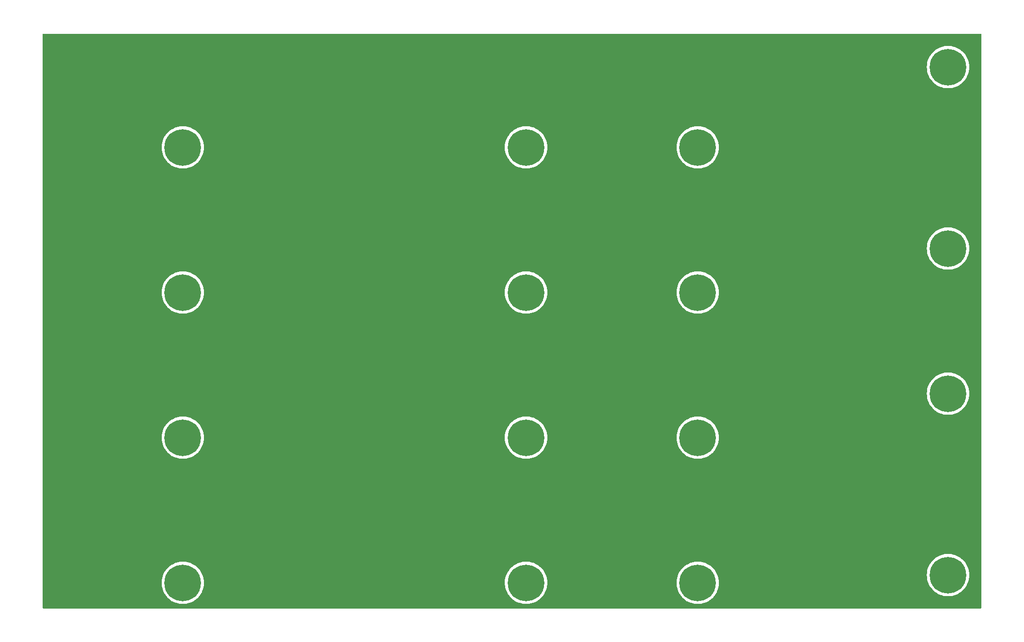
<source format=gbr>
%TF.GenerationSoftware,KiCad,Pcbnew,(6.0.5)*%
%TF.CreationDate,2023-01-19T15:00:21-05:00*%
%TF.ProjectId,floppy_bracket,666c6f70-7079-45f6-9272-61636b65742e,rev?*%
%TF.SameCoordinates,Original*%
%TF.FileFunction,Copper,L1,Top*%
%TF.FilePolarity,Positive*%
%FSLAX46Y46*%
G04 Gerber Fmt 4.6, Leading zero omitted, Abs format (unit mm)*
G04 Created by KiCad (PCBNEW (6.0.5)) date 2023-01-19 15:00:21*
%MOMM*%
%LPD*%
G01*
G04 APERTURE LIST*
%TA.AperFunction,ComponentPad*%
%ADD10C,6.400000*%
%TD*%
G04 APERTURE END LIST*
D10*
%TO.P,H16,1*%
%TO.N,N/C*%
X234950000Y-146050000D03*
%TD*%
%TO.P,H15,1*%
%TO.N,N/C*%
X234950000Y-88900000D03*
%TD*%
%TO.P,H14,1*%
%TO.N,N/C*%
X234950000Y-114300000D03*
%TD*%
%TO.P,H13,1*%
%TO.N,N/C*%
X234950000Y-57150000D03*
%TD*%
%TO.P,H12,1*%
%TO.N,N/C*%
X191200000Y-147400000D03*
%TD*%
%TO.P,H11,1*%
%TO.N,N/C*%
X161200000Y-147400000D03*
%TD*%
%TO.P,H10,1*%
%TO.N,N/C*%
X101200000Y-147400000D03*
%TD*%
%TO.P,H9,1*%
%TO.N,N/C*%
X191200000Y-122000000D03*
%TD*%
%TO.P,H8,1*%
%TO.N,N/C*%
X161200000Y-122000000D03*
%TD*%
%TO.P,H7,1*%
%TO.N,N/C*%
X101200000Y-122000000D03*
%TD*%
%TO.P,H6,1*%
%TO.N,N/C*%
X191200000Y-96600000D03*
%TD*%
%TO.P,H5,1*%
%TO.N,N/C*%
X161200000Y-96600000D03*
%TD*%
%TO.P,H4,1*%
%TO.N,N/C*%
X101200000Y-96600000D03*
%TD*%
%TO.P,H3,1*%
%TO.N,N/C*%
X191200000Y-71200000D03*
%TD*%
%TO.P,H2,1*%
%TO.N,N/C*%
X161200000Y-71200000D03*
%TD*%
%TO.P,H1,1*%
%TO.N,N/C*%
X101200000Y-71200000D03*
%TD*%
%TA.AperFunction,NonConductor*%
G36*
X240733621Y-51328502D02*
G01*
X240780114Y-51382158D01*
X240791500Y-51434500D01*
X240791500Y-151765500D01*
X240771498Y-151833621D01*
X240717842Y-151880114D01*
X240665500Y-151891500D01*
X76834500Y-151891500D01*
X76766379Y-151871498D01*
X76719886Y-151817842D01*
X76708500Y-151765500D01*
X76708500Y-147400000D01*
X97486411Y-147400000D01*
X97506754Y-147788176D01*
X97507267Y-147791416D01*
X97507268Y-147791424D01*
X97525541Y-147906794D01*
X97567562Y-148172099D01*
X97668167Y-148547562D01*
X97807468Y-148910453D01*
X97808966Y-148913393D01*
X97881706Y-149056152D01*
X97983938Y-149256794D01*
X97985734Y-149259560D01*
X97985736Y-149259563D01*
X97990930Y-149267561D01*
X98195643Y-149582793D01*
X98440266Y-149884876D01*
X98715124Y-150159734D01*
X99017207Y-150404357D01*
X99343205Y-150616062D01*
X99346139Y-150617557D01*
X99346146Y-150617561D01*
X99686607Y-150791034D01*
X99689547Y-150792532D01*
X100052438Y-150931833D01*
X100427901Y-151032438D01*
X100631793Y-151064732D01*
X100808576Y-151092732D01*
X100808584Y-151092733D01*
X100811824Y-151093246D01*
X101200000Y-151113589D01*
X101588176Y-151093246D01*
X101591416Y-151092733D01*
X101591424Y-151092732D01*
X101768207Y-151064732D01*
X101972099Y-151032438D01*
X102347562Y-150931833D01*
X102710453Y-150792532D01*
X102713393Y-150791034D01*
X103053854Y-150617561D01*
X103053861Y-150617557D01*
X103056795Y-150616062D01*
X103382793Y-150404357D01*
X103684876Y-150159734D01*
X103959734Y-149884876D01*
X104204357Y-149582793D01*
X104409070Y-149267561D01*
X104414264Y-149259563D01*
X104414266Y-149259560D01*
X104416062Y-149256794D01*
X104518295Y-149056152D01*
X104591034Y-148913393D01*
X104592532Y-148910453D01*
X104731833Y-148547562D01*
X104832438Y-148172099D01*
X104874459Y-147906794D01*
X104892732Y-147791424D01*
X104892733Y-147791416D01*
X104893246Y-147788176D01*
X104913589Y-147400000D01*
X157486411Y-147400000D01*
X157506754Y-147788176D01*
X157507267Y-147791416D01*
X157507268Y-147791424D01*
X157525541Y-147906794D01*
X157567562Y-148172099D01*
X157668167Y-148547562D01*
X157807468Y-148910453D01*
X157808966Y-148913393D01*
X157881706Y-149056152D01*
X157983938Y-149256794D01*
X157985734Y-149259560D01*
X157985736Y-149259563D01*
X157990930Y-149267561D01*
X158195643Y-149582793D01*
X158440266Y-149884876D01*
X158715124Y-150159734D01*
X159017207Y-150404357D01*
X159343205Y-150616062D01*
X159346139Y-150617557D01*
X159346146Y-150617561D01*
X159686607Y-150791034D01*
X159689547Y-150792532D01*
X160052438Y-150931833D01*
X160427901Y-151032438D01*
X160631793Y-151064732D01*
X160808576Y-151092732D01*
X160808584Y-151092733D01*
X160811824Y-151093246D01*
X161200000Y-151113589D01*
X161588176Y-151093246D01*
X161591416Y-151092733D01*
X161591424Y-151092732D01*
X161768207Y-151064732D01*
X161972099Y-151032438D01*
X162347562Y-150931833D01*
X162710453Y-150792532D01*
X162713393Y-150791034D01*
X163053854Y-150617561D01*
X163053861Y-150617557D01*
X163056795Y-150616062D01*
X163382793Y-150404357D01*
X163684876Y-150159734D01*
X163959734Y-149884876D01*
X164204357Y-149582793D01*
X164409070Y-149267561D01*
X164414264Y-149259563D01*
X164414266Y-149259560D01*
X164416062Y-149256794D01*
X164518295Y-149056152D01*
X164591034Y-148913393D01*
X164592532Y-148910453D01*
X164731833Y-148547562D01*
X164832438Y-148172099D01*
X164874459Y-147906794D01*
X164892732Y-147791424D01*
X164892733Y-147791416D01*
X164893246Y-147788176D01*
X164913589Y-147400000D01*
X187486411Y-147400000D01*
X187506754Y-147788176D01*
X187507267Y-147791416D01*
X187507268Y-147791424D01*
X187525541Y-147906794D01*
X187567562Y-148172099D01*
X187668167Y-148547562D01*
X187807468Y-148910453D01*
X187808966Y-148913393D01*
X187881706Y-149056152D01*
X187983938Y-149256794D01*
X187985734Y-149259560D01*
X187985736Y-149259563D01*
X187990930Y-149267561D01*
X188195643Y-149582793D01*
X188440266Y-149884876D01*
X188715124Y-150159734D01*
X189017207Y-150404357D01*
X189343205Y-150616062D01*
X189346139Y-150617557D01*
X189346146Y-150617561D01*
X189686607Y-150791034D01*
X189689547Y-150792532D01*
X190052438Y-150931833D01*
X190427901Y-151032438D01*
X190631793Y-151064732D01*
X190808576Y-151092732D01*
X190808584Y-151092733D01*
X190811824Y-151093246D01*
X191200000Y-151113589D01*
X191588176Y-151093246D01*
X191591416Y-151092733D01*
X191591424Y-151092732D01*
X191768207Y-151064732D01*
X191972099Y-151032438D01*
X192347562Y-150931833D01*
X192710453Y-150792532D01*
X192713393Y-150791034D01*
X193053854Y-150617561D01*
X193053861Y-150617557D01*
X193056795Y-150616062D01*
X193382793Y-150404357D01*
X193684876Y-150159734D01*
X193959734Y-149884876D01*
X194204357Y-149582793D01*
X194409070Y-149267561D01*
X194414264Y-149259563D01*
X194414266Y-149259560D01*
X194416062Y-149256794D01*
X194518295Y-149056152D01*
X194591034Y-148913393D01*
X194592532Y-148910453D01*
X194731833Y-148547562D01*
X194832438Y-148172099D01*
X194874459Y-147906794D01*
X194892732Y-147791424D01*
X194892733Y-147791416D01*
X194893246Y-147788176D01*
X194913589Y-147400000D01*
X194893246Y-147011824D01*
X194832438Y-146627901D01*
X194731833Y-146252438D01*
X194654124Y-146050000D01*
X231236411Y-146050000D01*
X231256754Y-146438176D01*
X231317562Y-146822099D01*
X231418167Y-147197562D01*
X231557468Y-147560453D01*
X231558966Y-147563393D01*
X231671823Y-147784886D01*
X231733938Y-147906794D01*
X231945643Y-148232793D01*
X232190266Y-148534876D01*
X232465124Y-148809734D01*
X232767207Y-149054357D01*
X232769970Y-149056152D01*
X232769971Y-149056152D01*
X233074405Y-149253853D01*
X233093205Y-149266062D01*
X233096139Y-149267557D01*
X233096146Y-149267561D01*
X233436607Y-149441034D01*
X233439547Y-149442532D01*
X233802438Y-149581833D01*
X234177901Y-149682438D01*
X234381793Y-149714732D01*
X234558576Y-149742732D01*
X234558584Y-149742733D01*
X234561824Y-149743246D01*
X234950000Y-149763589D01*
X235338176Y-149743246D01*
X235341416Y-149742733D01*
X235341424Y-149742732D01*
X235518207Y-149714732D01*
X235722099Y-149682438D01*
X236097562Y-149581833D01*
X236460453Y-149442532D01*
X236463393Y-149441034D01*
X236803854Y-149267561D01*
X236803861Y-149267557D01*
X236806795Y-149266062D01*
X236825596Y-149253853D01*
X237130029Y-149056152D01*
X237130030Y-149056152D01*
X237132793Y-149054357D01*
X237434876Y-148809734D01*
X237709734Y-148534876D01*
X237954357Y-148232793D01*
X238166062Y-147906794D01*
X238228178Y-147784886D01*
X238341034Y-147563393D01*
X238342532Y-147560453D01*
X238481833Y-147197562D01*
X238582438Y-146822099D01*
X238643246Y-146438176D01*
X238663589Y-146050000D01*
X238643246Y-145661824D01*
X238624925Y-145546147D01*
X238582954Y-145281162D01*
X238582438Y-145277901D01*
X238481833Y-144902438D01*
X238342532Y-144539547D01*
X238341034Y-144536607D01*
X238167561Y-144196147D01*
X238167557Y-144196140D01*
X238166062Y-144193206D01*
X238160044Y-144183938D01*
X237956152Y-143869971D01*
X237956152Y-143869970D01*
X237954357Y-143867207D01*
X237709734Y-143565124D01*
X237434876Y-143290266D01*
X237132793Y-143045643D01*
X236806795Y-142833938D01*
X236803861Y-142832443D01*
X236803854Y-142832439D01*
X236463393Y-142658966D01*
X236460453Y-142657468D01*
X236097562Y-142518167D01*
X235722099Y-142417562D01*
X235518207Y-142385268D01*
X235341424Y-142357268D01*
X235341416Y-142357267D01*
X235338176Y-142356754D01*
X234950000Y-142336411D01*
X234561824Y-142356754D01*
X234558584Y-142357267D01*
X234558576Y-142357268D01*
X234381793Y-142385268D01*
X234177901Y-142417562D01*
X233802438Y-142518167D01*
X233439547Y-142657468D01*
X233436607Y-142658966D01*
X233096147Y-142832439D01*
X233096140Y-142832443D01*
X233093206Y-142833938D01*
X232767207Y-143045643D01*
X232465124Y-143290266D01*
X232190266Y-143565124D01*
X231945643Y-143867207D01*
X231943848Y-143869970D01*
X231943848Y-143869971D01*
X231739957Y-144183938D01*
X231733938Y-144193206D01*
X231732443Y-144196140D01*
X231732439Y-144196147D01*
X231558966Y-144536607D01*
X231557468Y-144539547D01*
X231418167Y-144902438D01*
X231317562Y-145277901D01*
X231317046Y-145281162D01*
X231275076Y-145546147D01*
X231256754Y-145661824D01*
X231236411Y-146050000D01*
X194654124Y-146050000D01*
X194592532Y-145889547D01*
X194591034Y-145886607D01*
X194417561Y-145546147D01*
X194417557Y-145546140D01*
X194416062Y-145543206D01*
X194204357Y-145217207D01*
X193959734Y-144915124D01*
X193684876Y-144640266D01*
X193382793Y-144395643D01*
X193380029Y-144393848D01*
X193059564Y-144185736D01*
X193059561Y-144185734D01*
X193056795Y-144183938D01*
X193053861Y-144182443D01*
X193053854Y-144182439D01*
X192713393Y-144008966D01*
X192710453Y-144007468D01*
X192347562Y-143868167D01*
X191972099Y-143767562D01*
X191768207Y-143735268D01*
X191591424Y-143707268D01*
X191591416Y-143707267D01*
X191588176Y-143706754D01*
X191200000Y-143686411D01*
X190811824Y-143706754D01*
X190808584Y-143707267D01*
X190808576Y-143707268D01*
X190631793Y-143735268D01*
X190427901Y-143767562D01*
X190052438Y-143868167D01*
X189689547Y-144007468D01*
X189686607Y-144008966D01*
X189346147Y-144182439D01*
X189346140Y-144182443D01*
X189343206Y-144183938D01*
X189340440Y-144185734D01*
X189340437Y-144185736D01*
X189019971Y-144393848D01*
X189017207Y-144395643D01*
X188715124Y-144640266D01*
X188440266Y-144915124D01*
X188195643Y-145217207D01*
X187983938Y-145543206D01*
X187982443Y-145546140D01*
X187982439Y-145546147D01*
X187808966Y-145886607D01*
X187807468Y-145889547D01*
X187668167Y-146252438D01*
X187567562Y-146627901D01*
X187506754Y-147011824D01*
X187486411Y-147400000D01*
X164913589Y-147400000D01*
X164893246Y-147011824D01*
X164832438Y-146627901D01*
X164731833Y-146252438D01*
X164592532Y-145889547D01*
X164591034Y-145886607D01*
X164417561Y-145546147D01*
X164417557Y-145546140D01*
X164416062Y-145543206D01*
X164204357Y-145217207D01*
X163959734Y-144915124D01*
X163684876Y-144640266D01*
X163382793Y-144395643D01*
X163380029Y-144393848D01*
X163059564Y-144185736D01*
X163059561Y-144185734D01*
X163056795Y-144183938D01*
X163053861Y-144182443D01*
X163053854Y-144182439D01*
X162713393Y-144008966D01*
X162710453Y-144007468D01*
X162347562Y-143868167D01*
X161972099Y-143767562D01*
X161768207Y-143735268D01*
X161591424Y-143707268D01*
X161591416Y-143707267D01*
X161588176Y-143706754D01*
X161200000Y-143686411D01*
X160811824Y-143706754D01*
X160808584Y-143707267D01*
X160808576Y-143707268D01*
X160631793Y-143735268D01*
X160427901Y-143767562D01*
X160052438Y-143868167D01*
X159689547Y-144007468D01*
X159686607Y-144008966D01*
X159346147Y-144182439D01*
X159346140Y-144182443D01*
X159343206Y-144183938D01*
X159340440Y-144185734D01*
X159340437Y-144185736D01*
X159019971Y-144393848D01*
X159017207Y-144395643D01*
X158715124Y-144640266D01*
X158440266Y-144915124D01*
X158195643Y-145217207D01*
X157983938Y-145543206D01*
X157982443Y-145546140D01*
X157982439Y-145546147D01*
X157808966Y-145886607D01*
X157807468Y-145889547D01*
X157668167Y-146252438D01*
X157567562Y-146627901D01*
X157506754Y-147011824D01*
X157486411Y-147400000D01*
X104913589Y-147400000D01*
X104893246Y-147011824D01*
X104832438Y-146627901D01*
X104731833Y-146252438D01*
X104592532Y-145889547D01*
X104591034Y-145886607D01*
X104417561Y-145546147D01*
X104417557Y-145546140D01*
X104416062Y-145543206D01*
X104204357Y-145217207D01*
X103959734Y-144915124D01*
X103684876Y-144640266D01*
X103382793Y-144395643D01*
X103380029Y-144393848D01*
X103059564Y-144185736D01*
X103059561Y-144185734D01*
X103056795Y-144183938D01*
X103053861Y-144182443D01*
X103053854Y-144182439D01*
X102713393Y-144008966D01*
X102710453Y-144007468D01*
X102347562Y-143868167D01*
X101972099Y-143767562D01*
X101768207Y-143735268D01*
X101591424Y-143707268D01*
X101591416Y-143707267D01*
X101588176Y-143706754D01*
X101200000Y-143686411D01*
X100811824Y-143706754D01*
X100808584Y-143707267D01*
X100808576Y-143707268D01*
X100631793Y-143735268D01*
X100427901Y-143767562D01*
X100052438Y-143868167D01*
X99689547Y-144007468D01*
X99686607Y-144008966D01*
X99346147Y-144182439D01*
X99346140Y-144182443D01*
X99343206Y-144183938D01*
X99340440Y-144185734D01*
X99340437Y-144185736D01*
X99019971Y-144393848D01*
X99017207Y-144395643D01*
X98715124Y-144640266D01*
X98440266Y-144915124D01*
X98195643Y-145217207D01*
X97983938Y-145543206D01*
X97982443Y-145546140D01*
X97982439Y-145546147D01*
X97808966Y-145886607D01*
X97807468Y-145889547D01*
X97668167Y-146252438D01*
X97567562Y-146627901D01*
X97506754Y-147011824D01*
X97486411Y-147400000D01*
X76708500Y-147400000D01*
X76708500Y-122000000D01*
X97486411Y-122000000D01*
X97506754Y-122388176D01*
X97567562Y-122772099D01*
X97668167Y-123147562D01*
X97807468Y-123510453D01*
X97983938Y-123856794D01*
X98195643Y-124182793D01*
X98440266Y-124484876D01*
X98715124Y-124759734D01*
X99017207Y-125004357D01*
X99343205Y-125216062D01*
X99346139Y-125217557D01*
X99346146Y-125217561D01*
X99686607Y-125391034D01*
X99689547Y-125392532D01*
X100052438Y-125531833D01*
X100427901Y-125632438D01*
X100631793Y-125664732D01*
X100808576Y-125692732D01*
X100808584Y-125692733D01*
X100811824Y-125693246D01*
X101200000Y-125713589D01*
X101588176Y-125693246D01*
X101591416Y-125692733D01*
X101591424Y-125692732D01*
X101768207Y-125664732D01*
X101972099Y-125632438D01*
X102347562Y-125531833D01*
X102710453Y-125392532D01*
X102713393Y-125391034D01*
X103053854Y-125217561D01*
X103053861Y-125217557D01*
X103056795Y-125216062D01*
X103382793Y-125004357D01*
X103684876Y-124759734D01*
X103959734Y-124484876D01*
X104204357Y-124182793D01*
X104416062Y-123856794D01*
X104592532Y-123510453D01*
X104731833Y-123147562D01*
X104832438Y-122772099D01*
X104893246Y-122388176D01*
X104913589Y-122000000D01*
X157486411Y-122000000D01*
X157506754Y-122388176D01*
X157567562Y-122772099D01*
X157668167Y-123147562D01*
X157807468Y-123510453D01*
X157983938Y-123856794D01*
X158195643Y-124182793D01*
X158440266Y-124484876D01*
X158715124Y-124759734D01*
X159017207Y-125004357D01*
X159343205Y-125216062D01*
X159346139Y-125217557D01*
X159346146Y-125217561D01*
X159686607Y-125391034D01*
X159689547Y-125392532D01*
X160052438Y-125531833D01*
X160427901Y-125632438D01*
X160631793Y-125664732D01*
X160808576Y-125692732D01*
X160808584Y-125692733D01*
X160811824Y-125693246D01*
X161200000Y-125713589D01*
X161588176Y-125693246D01*
X161591416Y-125692733D01*
X161591424Y-125692732D01*
X161768207Y-125664732D01*
X161972099Y-125632438D01*
X162347562Y-125531833D01*
X162710453Y-125392532D01*
X162713393Y-125391034D01*
X163053854Y-125217561D01*
X163053861Y-125217557D01*
X163056795Y-125216062D01*
X163382793Y-125004357D01*
X163684876Y-124759734D01*
X163959734Y-124484876D01*
X164204357Y-124182793D01*
X164416062Y-123856794D01*
X164592532Y-123510453D01*
X164731833Y-123147562D01*
X164832438Y-122772099D01*
X164893246Y-122388176D01*
X164913589Y-122000000D01*
X187486411Y-122000000D01*
X187506754Y-122388176D01*
X187567562Y-122772099D01*
X187668167Y-123147562D01*
X187807468Y-123510453D01*
X187983938Y-123856794D01*
X188195643Y-124182793D01*
X188440266Y-124484876D01*
X188715124Y-124759734D01*
X189017207Y-125004357D01*
X189343205Y-125216062D01*
X189346139Y-125217557D01*
X189346146Y-125217561D01*
X189686607Y-125391034D01*
X189689547Y-125392532D01*
X190052438Y-125531833D01*
X190427901Y-125632438D01*
X190631793Y-125664732D01*
X190808576Y-125692732D01*
X190808584Y-125692733D01*
X190811824Y-125693246D01*
X191200000Y-125713589D01*
X191588176Y-125693246D01*
X191591416Y-125692733D01*
X191591424Y-125692732D01*
X191768207Y-125664732D01*
X191972099Y-125632438D01*
X192347562Y-125531833D01*
X192710453Y-125392532D01*
X192713393Y-125391034D01*
X193053854Y-125217561D01*
X193053861Y-125217557D01*
X193056795Y-125216062D01*
X193382793Y-125004357D01*
X193684876Y-124759734D01*
X193959734Y-124484876D01*
X194204357Y-124182793D01*
X194416062Y-123856794D01*
X194592532Y-123510453D01*
X194731833Y-123147562D01*
X194832438Y-122772099D01*
X194893246Y-122388176D01*
X194913589Y-122000000D01*
X194893246Y-121611824D01*
X194832438Y-121227901D01*
X194731833Y-120852438D01*
X194592532Y-120489547D01*
X194416062Y-120143206D01*
X194204357Y-119817207D01*
X193959734Y-119515124D01*
X193684876Y-119240266D01*
X193382793Y-118995643D01*
X193056795Y-118783938D01*
X193053861Y-118782443D01*
X193053854Y-118782439D01*
X192713393Y-118608966D01*
X192710453Y-118607468D01*
X192347562Y-118468167D01*
X191972099Y-118367562D01*
X191768207Y-118335268D01*
X191591424Y-118307268D01*
X191591416Y-118307267D01*
X191588176Y-118306754D01*
X191200000Y-118286411D01*
X190811824Y-118306754D01*
X190808584Y-118307267D01*
X190808576Y-118307268D01*
X190631793Y-118335268D01*
X190427901Y-118367562D01*
X190052438Y-118468167D01*
X189689547Y-118607468D01*
X189686607Y-118608966D01*
X189346147Y-118782439D01*
X189346140Y-118782443D01*
X189343206Y-118783938D01*
X189017207Y-118995643D01*
X188715124Y-119240266D01*
X188440266Y-119515124D01*
X188195643Y-119817207D01*
X187983938Y-120143206D01*
X187807468Y-120489547D01*
X187668167Y-120852438D01*
X187567562Y-121227901D01*
X187506754Y-121611824D01*
X187486411Y-122000000D01*
X164913589Y-122000000D01*
X164893246Y-121611824D01*
X164832438Y-121227901D01*
X164731833Y-120852438D01*
X164592532Y-120489547D01*
X164416062Y-120143206D01*
X164204357Y-119817207D01*
X163959734Y-119515124D01*
X163684876Y-119240266D01*
X163382793Y-118995643D01*
X163056795Y-118783938D01*
X163053861Y-118782443D01*
X163053854Y-118782439D01*
X162713393Y-118608966D01*
X162710453Y-118607468D01*
X162347562Y-118468167D01*
X161972099Y-118367562D01*
X161768207Y-118335268D01*
X161591424Y-118307268D01*
X161591416Y-118307267D01*
X161588176Y-118306754D01*
X161200000Y-118286411D01*
X160811824Y-118306754D01*
X160808584Y-118307267D01*
X160808576Y-118307268D01*
X160631793Y-118335268D01*
X160427901Y-118367562D01*
X160052438Y-118468167D01*
X159689547Y-118607468D01*
X159686607Y-118608966D01*
X159346147Y-118782439D01*
X159346140Y-118782443D01*
X159343206Y-118783938D01*
X159017207Y-118995643D01*
X158715124Y-119240266D01*
X158440266Y-119515124D01*
X158195643Y-119817207D01*
X157983938Y-120143206D01*
X157807468Y-120489547D01*
X157668167Y-120852438D01*
X157567562Y-121227901D01*
X157506754Y-121611824D01*
X157486411Y-122000000D01*
X104913589Y-122000000D01*
X104893246Y-121611824D01*
X104832438Y-121227901D01*
X104731833Y-120852438D01*
X104592532Y-120489547D01*
X104416062Y-120143206D01*
X104204357Y-119817207D01*
X103959734Y-119515124D01*
X103684876Y-119240266D01*
X103382793Y-118995643D01*
X103056795Y-118783938D01*
X103053861Y-118782443D01*
X103053854Y-118782439D01*
X102713393Y-118608966D01*
X102710453Y-118607468D01*
X102347562Y-118468167D01*
X101972099Y-118367562D01*
X101768207Y-118335268D01*
X101591424Y-118307268D01*
X101591416Y-118307267D01*
X101588176Y-118306754D01*
X101200000Y-118286411D01*
X100811824Y-118306754D01*
X100808584Y-118307267D01*
X100808576Y-118307268D01*
X100631793Y-118335268D01*
X100427901Y-118367562D01*
X100052438Y-118468167D01*
X99689547Y-118607468D01*
X99686607Y-118608966D01*
X99346147Y-118782439D01*
X99346140Y-118782443D01*
X99343206Y-118783938D01*
X99017207Y-118995643D01*
X98715124Y-119240266D01*
X98440266Y-119515124D01*
X98195643Y-119817207D01*
X97983938Y-120143206D01*
X97807468Y-120489547D01*
X97668167Y-120852438D01*
X97567562Y-121227901D01*
X97506754Y-121611824D01*
X97486411Y-122000000D01*
X76708500Y-122000000D01*
X76708500Y-114300000D01*
X231236411Y-114300000D01*
X231256754Y-114688176D01*
X231317562Y-115072099D01*
X231418167Y-115447562D01*
X231557468Y-115810453D01*
X231733938Y-116156794D01*
X231945643Y-116482793D01*
X232190266Y-116784876D01*
X232465124Y-117059734D01*
X232767207Y-117304357D01*
X233093205Y-117516062D01*
X233096139Y-117517557D01*
X233096146Y-117517561D01*
X233436607Y-117691034D01*
X233439547Y-117692532D01*
X233802438Y-117831833D01*
X234177901Y-117932438D01*
X234381793Y-117964732D01*
X234558576Y-117992732D01*
X234558584Y-117992733D01*
X234561824Y-117993246D01*
X234950000Y-118013589D01*
X235338176Y-117993246D01*
X235341416Y-117992733D01*
X235341424Y-117992732D01*
X235518207Y-117964732D01*
X235722099Y-117932438D01*
X236097562Y-117831833D01*
X236460453Y-117692532D01*
X236463393Y-117691034D01*
X236803854Y-117517561D01*
X236803861Y-117517557D01*
X236806795Y-117516062D01*
X237132793Y-117304357D01*
X237434876Y-117059734D01*
X237709734Y-116784876D01*
X237954357Y-116482793D01*
X238166062Y-116156794D01*
X238342532Y-115810453D01*
X238481833Y-115447562D01*
X238582438Y-115072099D01*
X238643246Y-114688176D01*
X238663589Y-114300000D01*
X238643246Y-113911824D01*
X238582438Y-113527901D01*
X238481833Y-113152438D01*
X238342532Y-112789547D01*
X238166062Y-112443206D01*
X237954357Y-112117207D01*
X237709734Y-111815124D01*
X237434876Y-111540266D01*
X237132793Y-111295643D01*
X236806795Y-111083938D01*
X236803861Y-111082443D01*
X236803854Y-111082439D01*
X236463393Y-110908966D01*
X236460453Y-110907468D01*
X236097562Y-110768167D01*
X235722099Y-110667562D01*
X235518207Y-110635268D01*
X235341424Y-110607268D01*
X235341416Y-110607267D01*
X235338176Y-110606754D01*
X234950000Y-110586411D01*
X234561824Y-110606754D01*
X234558584Y-110607267D01*
X234558576Y-110607268D01*
X234381793Y-110635268D01*
X234177901Y-110667562D01*
X233802438Y-110768167D01*
X233439547Y-110907468D01*
X233436607Y-110908966D01*
X233096147Y-111082439D01*
X233096140Y-111082443D01*
X233093206Y-111083938D01*
X232767207Y-111295643D01*
X232465124Y-111540266D01*
X232190266Y-111815124D01*
X231945643Y-112117207D01*
X231733938Y-112443206D01*
X231557468Y-112789547D01*
X231418167Y-113152438D01*
X231317562Y-113527901D01*
X231256754Y-113911824D01*
X231236411Y-114300000D01*
X76708500Y-114300000D01*
X76708500Y-96600000D01*
X97486411Y-96600000D01*
X97506754Y-96988176D01*
X97567562Y-97372099D01*
X97668167Y-97747562D01*
X97807468Y-98110453D01*
X97983938Y-98456794D01*
X98195643Y-98782793D01*
X98440266Y-99084876D01*
X98715124Y-99359734D01*
X99017207Y-99604357D01*
X99343205Y-99816062D01*
X99346139Y-99817557D01*
X99346146Y-99817561D01*
X99686607Y-99991034D01*
X99689547Y-99992532D01*
X100052438Y-100131833D01*
X100427901Y-100232438D01*
X100631793Y-100264732D01*
X100808576Y-100292732D01*
X100808584Y-100292733D01*
X100811824Y-100293246D01*
X101200000Y-100313589D01*
X101588176Y-100293246D01*
X101591416Y-100292733D01*
X101591424Y-100292732D01*
X101768207Y-100264732D01*
X101972099Y-100232438D01*
X102347562Y-100131833D01*
X102710453Y-99992532D01*
X102713393Y-99991034D01*
X103053854Y-99817561D01*
X103053861Y-99817557D01*
X103056795Y-99816062D01*
X103382793Y-99604357D01*
X103684876Y-99359734D01*
X103959734Y-99084876D01*
X104204357Y-98782793D01*
X104416062Y-98456794D01*
X104592532Y-98110453D01*
X104731833Y-97747562D01*
X104832438Y-97372099D01*
X104893246Y-96988176D01*
X104913589Y-96600000D01*
X157486411Y-96600000D01*
X157506754Y-96988176D01*
X157567562Y-97372099D01*
X157668167Y-97747562D01*
X157807468Y-98110453D01*
X157983938Y-98456794D01*
X158195643Y-98782793D01*
X158440266Y-99084876D01*
X158715124Y-99359734D01*
X159017207Y-99604357D01*
X159343205Y-99816062D01*
X159346139Y-99817557D01*
X159346146Y-99817561D01*
X159686607Y-99991034D01*
X159689547Y-99992532D01*
X160052438Y-100131833D01*
X160427901Y-100232438D01*
X160631793Y-100264732D01*
X160808576Y-100292732D01*
X160808584Y-100292733D01*
X160811824Y-100293246D01*
X161200000Y-100313589D01*
X161588176Y-100293246D01*
X161591416Y-100292733D01*
X161591424Y-100292732D01*
X161768207Y-100264732D01*
X161972099Y-100232438D01*
X162347562Y-100131833D01*
X162710453Y-99992532D01*
X162713393Y-99991034D01*
X163053854Y-99817561D01*
X163053861Y-99817557D01*
X163056795Y-99816062D01*
X163382793Y-99604357D01*
X163684876Y-99359734D01*
X163959734Y-99084876D01*
X164204357Y-98782793D01*
X164416062Y-98456794D01*
X164592532Y-98110453D01*
X164731833Y-97747562D01*
X164832438Y-97372099D01*
X164893246Y-96988176D01*
X164913589Y-96600000D01*
X187486411Y-96600000D01*
X187506754Y-96988176D01*
X187567562Y-97372099D01*
X187668167Y-97747562D01*
X187807468Y-98110453D01*
X187983938Y-98456794D01*
X188195643Y-98782793D01*
X188440266Y-99084876D01*
X188715124Y-99359734D01*
X189017207Y-99604357D01*
X189343205Y-99816062D01*
X189346139Y-99817557D01*
X189346146Y-99817561D01*
X189686607Y-99991034D01*
X189689547Y-99992532D01*
X190052438Y-100131833D01*
X190427901Y-100232438D01*
X190631793Y-100264732D01*
X190808576Y-100292732D01*
X190808584Y-100292733D01*
X190811824Y-100293246D01*
X191200000Y-100313589D01*
X191588176Y-100293246D01*
X191591416Y-100292733D01*
X191591424Y-100292732D01*
X191768207Y-100264732D01*
X191972099Y-100232438D01*
X192347562Y-100131833D01*
X192710453Y-99992532D01*
X192713393Y-99991034D01*
X193053854Y-99817561D01*
X193053861Y-99817557D01*
X193056795Y-99816062D01*
X193382793Y-99604357D01*
X193684876Y-99359734D01*
X193959734Y-99084876D01*
X194204357Y-98782793D01*
X194416062Y-98456794D01*
X194592532Y-98110453D01*
X194731833Y-97747562D01*
X194832438Y-97372099D01*
X194893246Y-96988176D01*
X194913589Y-96600000D01*
X194893246Y-96211824D01*
X194832438Y-95827901D01*
X194731833Y-95452438D01*
X194592532Y-95089547D01*
X194416062Y-94743206D01*
X194204357Y-94417207D01*
X193959734Y-94115124D01*
X193684876Y-93840266D01*
X193382793Y-93595643D01*
X193056795Y-93383938D01*
X193053861Y-93382443D01*
X193053854Y-93382439D01*
X192713393Y-93208966D01*
X192710453Y-93207468D01*
X192347562Y-93068167D01*
X191972099Y-92967562D01*
X191768207Y-92935268D01*
X191591424Y-92907268D01*
X191591416Y-92907267D01*
X191588176Y-92906754D01*
X191200000Y-92886411D01*
X190811824Y-92906754D01*
X190808584Y-92907267D01*
X190808576Y-92907268D01*
X190631793Y-92935268D01*
X190427901Y-92967562D01*
X190052438Y-93068167D01*
X189689547Y-93207468D01*
X189686607Y-93208966D01*
X189346147Y-93382439D01*
X189346140Y-93382443D01*
X189343206Y-93383938D01*
X189017207Y-93595643D01*
X188715124Y-93840266D01*
X188440266Y-94115124D01*
X188195643Y-94417207D01*
X187983938Y-94743206D01*
X187807468Y-95089547D01*
X187668167Y-95452438D01*
X187567562Y-95827901D01*
X187506754Y-96211824D01*
X187486411Y-96600000D01*
X164913589Y-96600000D01*
X164893246Y-96211824D01*
X164832438Y-95827901D01*
X164731833Y-95452438D01*
X164592532Y-95089547D01*
X164416062Y-94743206D01*
X164204357Y-94417207D01*
X163959734Y-94115124D01*
X163684876Y-93840266D01*
X163382793Y-93595643D01*
X163056795Y-93383938D01*
X163053861Y-93382443D01*
X163053854Y-93382439D01*
X162713393Y-93208966D01*
X162710453Y-93207468D01*
X162347562Y-93068167D01*
X161972099Y-92967562D01*
X161768207Y-92935268D01*
X161591424Y-92907268D01*
X161591416Y-92907267D01*
X161588176Y-92906754D01*
X161200000Y-92886411D01*
X160811824Y-92906754D01*
X160808584Y-92907267D01*
X160808576Y-92907268D01*
X160631793Y-92935268D01*
X160427901Y-92967562D01*
X160052438Y-93068167D01*
X159689547Y-93207468D01*
X159686607Y-93208966D01*
X159346147Y-93382439D01*
X159346140Y-93382443D01*
X159343206Y-93383938D01*
X159017207Y-93595643D01*
X158715124Y-93840266D01*
X158440266Y-94115124D01*
X158195643Y-94417207D01*
X157983938Y-94743206D01*
X157807468Y-95089547D01*
X157668167Y-95452438D01*
X157567562Y-95827901D01*
X157506754Y-96211824D01*
X157486411Y-96600000D01*
X104913589Y-96600000D01*
X104893246Y-96211824D01*
X104832438Y-95827901D01*
X104731833Y-95452438D01*
X104592532Y-95089547D01*
X104416062Y-94743206D01*
X104204357Y-94417207D01*
X103959734Y-94115124D01*
X103684876Y-93840266D01*
X103382793Y-93595643D01*
X103056795Y-93383938D01*
X103053861Y-93382443D01*
X103053854Y-93382439D01*
X102713393Y-93208966D01*
X102710453Y-93207468D01*
X102347562Y-93068167D01*
X101972099Y-92967562D01*
X101768207Y-92935268D01*
X101591424Y-92907268D01*
X101591416Y-92907267D01*
X101588176Y-92906754D01*
X101200000Y-92886411D01*
X100811824Y-92906754D01*
X100808584Y-92907267D01*
X100808576Y-92907268D01*
X100631793Y-92935268D01*
X100427901Y-92967562D01*
X100052438Y-93068167D01*
X99689547Y-93207468D01*
X99686607Y-93208966D01*
X99346147Y-93382439D01*
X99346140Y-93382443D01*
X99343206Y-93383938D01*
X99017207Y-93595643D01*
X98715124Y-93840266D01*
X98440266Y-94115124D01*
X98195643Y-94417207D01*
X97983938Y-94743206D01*
X97807468Y-95089547D01*
X97668167Y-95452438D01*
X97567562Y-95827901D01*
X97506754Y-96211824D01*
X97486411Y-96600000D01*
X76708500Y-96600000D01*
X76708500Y-88900000D01*
X231236411Y-88900000D01*
X231256754Y-89288176D01*
X231317562Y-89672099D01*
X231418167Y-90047562D01*
X231557468Y-90410453D01*
X231733938Y-90756794D01*
X231945643Y-91082793D01*
X232190266Y-91384876D01*
X232465124Y-91659734D01*
X232767207Y-91904357D01*
X233093205Y-92116062D01*
X233096139Y-92117557D01*
X233096146Y-92117561D01*
X233436607Y-92291034D01*
X233439547Y-92292532D01*
X233802438Y-92431833D01*
X234177901Y-92532438D01*
X234381793Y-92564732D01*
X234558576Y-92592732D01*
X234558584Y-92592733D01*
X234561824Y-92593246D01*
X234950000Y-92613589D01*
X235338176Y-92593246D01*
X235341416Y-92592733D01*
X235341424Y-92592732D01*
X235518207Y-92564732D01*
X235722099Y-92532438D01*
X236097562Y-92431833D01*
X236460453Y-92292532D01*
X236463393Y-92291034D01*
X236803854Y-92117561D01*
X236803861Y-92117557D01*
X236806795Y-92116062D01*
X237132793Y-91904357D01*
X237434876Y-91659734D01*
X237709734Y-91384876D01*
X237954357Y-91082793D01*
X238166062Y-90756794D01*
X238342532Y-90410453D01*
X238481833Y-90047562D01*
X238582438Y-89672099D01*
X238643246Y-89288176D01*
X238663589Y-88900000D01*
X238643246Y-88511824D01*
X238582438Y-88127901D01*
X238481833Y-87752438D01*
X238342532Y-87389547D01*
X238166062Y-87043206D01*
X237954357Y-86717207D01*
X237709734Y-86415124D01*
X237434876Y-86140266D01*
X237132793Y-85895643D01*
X236806795Y-85683938D01*
X236803861Y-85682443D01*
X236803854Y-85682439D01*
X236463393Y-85508966D01*
X236460453Y-85507468D01*
X236097562Y-85368167D01*
X235722099Y-85267562D01*
X235518207Y-85235268D01*
X235341424Y-85207268D01*
X235341416Y-85207267D01*
X235338176Y-85206754D01*
X234950000Y-85186411D01*
X234561824Y-85206754D01*
X234558584Y-85207267D01*
X234558576Y-85207268D01*
X234381793Y-85235268D01*
X234177901Y-85267562D01*
X233802438Y-85368167D01*
X233439547Y-85507468D01*
X233436607Y-85508966D01*
X233096147Y-85682439D01*
X233096140Y-85682443D01*
X233093206Y-85683938D01*
X232767207Y-85895643D01*
X232465124Y-86140266D01*
X232190266Y-86415124D01*
X231945643Y-86717207D01*
X231733938Y-87043206D01*
X231557468Y-87389547D01*
X231418167Y-87752438D01*
X231317562Y-88127901D01*
X231256754Y-88511824D01*
X231236411Y-88900000D01*
X76708500Y-88900000D01*
X76708500Y-71200000D01*
X97486411Y-71200000D01*
X97506754Y-71588176D01*
X97567562Y-71972099D01*
X97668167Y-72347562D01*
X97807468Y-72710453D01*
X97983938Y-73056794D01*
X98195643Y-73382793D01*
X98440266Y-73684876D01*
X98715124Y-73959734D01*
X99017207Y-74204357D01*
X99343205Y-74416062D01*
X99346139Y-74417557D01*
X99346146Y-74417561D01*
X99686607Y-74591034D01*
X99689547Y-74592532D01*
X100052438Y-74731833D01*
X100427901Y-74832438D01*
X100631793Y-74864732D01*
X100808576Y-74892732D01*
X100808584Y-74892733D01*
X100811824Y-74893246D01*
X101200000Y-74913589D01*
X101588176Y-74893246D01*
X101591416Y-74892733D01*
X101591424Y-74892732D01*
X101768207Y-74864732D01*
X101972099Y-74832438D01*
X102347562Y-74731833D01*
X102710453Y-74592532D01*
X102713393Y-74591034D01*
X103053854Y-74417561D01*
X103053861Y-74417557D01*
X103056795Y-74416062D01*
X103382793Y-74204357D01*
X103684876Y-73959734D01*
X103959734Y-73684876D01*
X104204357Y-73382793D01*
X104416062Y-73056794D01*
X104592532Y-72710453D01*
X104731833Y-72347562D01*
X104832438Y-71972099D01*
X104893246Y-71588176D01*
X104913589Y-71200000D01*
X157486411Y-71200000D01*
X157506754Y-71588176D01*
X157567562Y-71972099D01*
X157668167Y-72347562D01*
X157807468Y-72710453D01*
X157983938Y-73056794D01*
X158195643Y-73382793D01*
X158440266Y-73684876D01*
X158715124Y-73959734D01*
X159017207Y-74204357D01*
X159343205Y-74416062D01*
X159346139Y-74417557D01*
X159346146Y-74417561D01*
X159686607Y-74591034D01*
X159689547Y-74592532D01*
X160052438Y-74731833D01*
X160427901Y-74832438D01*
X160631793Y-74864732D01*
X160808576Y-74892732D01*
X160808584Y-74892733D01*
X160811824Y-74893246D01*
X161200000Y-74913589D01*
X161588176Y-74893246D01*
X161591416Y-74892733D01*
X161591424Y-74892732D01*
X161768207Y-74864732D01*
X161972099Y-74832438D01*
X162347562Y-74731833D01*
X162710453Y-74592532D01*
X162713393Y-74591034D01*
X163053854Y-74417561D01*
X163053861Y-74417557D01*
X163056795Y-74416062D01*
X163382793Y-74204357D01*
X163684876Y-73959734D01*
X163959734Y-73684876D01*
X164204357Y-73382793D01*
X164416062Y-73056794D01*
X164592532Y-72710453D01*
X164731833Y-72347562D01*
X164832438Y-71972099D01*
X164893246Y-71588176D01*
X164913589Y-71200000D01*
X187486411Y-71200000D01*
X187506754Y-71588176D01*
X187567562Y-71972099D01*
X187668167Y-72347562D01*
X187807468Y-72710453D01*
X187983938Y-73056794D01*
X188195643Y-73382793D01*
X188440266Y-73684876D01*
X188715124Y-73959734D01*
X189017207Y-74204357D01*
X189343205Y-74416062D01*
X189346139Y-74417557D01*
X189346146Y-74417561D01*
X189686607Y-74591034D01*
X189689547Y-74592532D01*
X190052438Y-74731833D01*
X190427901Y-74832438D01*
X190631793Y-74864732D01*
X190808576Y-74892732D01*
X190808584Y-74892733D01*
X190811824Y-74893246D01*
X191200000Y-74913589D01*
X191588176Y-74893246D01*
X191591416Y-74892733D01*
X191591424Y-74892732D01*
X191768207Y-74864732D01*
X191972099Y-74832438D01*
X192347562Y-74731833D01*
X192710453Y-74592532D01*
X192713393Y-74591034D01*
X193053854Y-74417561D01*
X193053861Y-74417557D01*
X193056795Y-74416062D01*
X193382793Y-74204357D01*
X193684876Y-73959734D01*
X193959734Y-73684876D01*
X194204357Y-73382793D01*
X194416062Y-73056794D01*
X194592532Y-72710453D01*
X194731833Y-72347562D01*
X194832438Y-71972099D01*
X194893246Y-71588176D01*
X194913589Y-71200000D01*
X194893246Y-70811824D01*
X194832438Y-70427901D01*
X194731833Y-70052438D01*
X194592532Y-69689547D01*
X194416062Y-69343206D01*
X194204357Y-69017207D01*
X193959734Y-68715124D01*
X193684876Y-68440266D01*
X193382793Y-68195643D01*
X193056795Y-67983938D01*
X193053861Y-67982443D01*
X193053854Y-67982439D01*
X192713393Y-67808966D01*
X192710453Y-67807468D01*
X192347562Y-67668167D01*
X191972099Y-67567562D01*
X191768207Y-67535268D01*
X191591424Y-67507268D01*
X191591416Y-67507267D01*
X191588176Y-67506754D01*
X191200000Y-67486411D01*
X190811824Y-67506754D01*
X190808584Y-67507267D01*
X190808576Y-67507268D01*
X190631793Y-67535268D01*
X190427901Y-67567562D01*
X190052438Y-67668167D01*
X189689547Y-67807468D01*
X189686607Y-67808966D01*
X189346147Y-67982439D01*
X189346140Y-67982443D01*
X189343206Y-67983938D01*
X189017207Y-68195643D01*
X188715124Y-68440266D01*
X188440266Y-68715124D01*
X188195643Y-69017207D01*
X187983938Y-69343206D01*
X187807468Y-69689547D01*
X187668167Y-70052438D01*
X187567562Y-70427901D01*
X187506754Y-70811824D01*
X187486411Y-71200000D01*
X164913589Y-71200000D01*
X164893246Y-70811824D01*
X164832438Y-70427901D01*
X164731833Y-70052438D01*
X164592532Y-69689547D01*
X164416062Y-69343206D01*
X164204357Y-69017207D01*
X163959734Y-68715124D01*
X163684876Y-68440266D01*
X163382793Y-68195643D01*
X163056795Y-67983938D01*
X163053861Y-67982443D01*
X163053854Y-67982439D01*
X162713393Y-67808966D01*
X162710453Y-67807468D01*
X162347562Y-67668167D01*
X161972099Y-67567562D01*
X161768207Y-67535268D01*
X161591424Y-67507268D01*
X161591416Y-67507267D01*
X161588176Y-67506754D01*
X161200000Y-67486411D01*
X160811824Y-67506754D01*
X160808584Y-67507267D01*
X160808576Y-67507268D01*
X160631793Y-67535268D01*
X160427901Y-67567562D01*
X160052438Y-67668167D01*
X159689547Y-67807468D01*
X159686607Y-67808966D01*
X159346147Y-67982439D01*
X159346140Y-67982443D01*
X159343206Y-67983938D01*
X159017207Y-68195643D01*
X158715124Y-68440266D01*
X158440266Y-68715124D01*
X158195643Y-69017207D01*
X157983938Y-69343206D01*
X157807468Y-69689547D01*
X157668167Y-70052438D01*
X157567562Y-70427901D01*
X157506754Y-70811824D01*
X157486411Y-71200000D01*
X104913589Y-71200000D01*
X104893246Y-70811824D01*
X104832438Y-70427901D01*
X104731833Y-70052438D01*
X104592532Y-69689547D01*
X104416062Y-69343206D01*
X104204357Y-69017207D01*
X103959734Y-68715124D01*
X103684876Y-68440266D01*
X103382793Y-68195643D01*
X103056795Y-67983938D01*
X103053861Y-67982443D01*
X103053854Y-67982439D01*
X102713393Y-67808966D01*
X102710453Y-67807468D01*
X102347562Y-67668167D01*
X101972099Y-67567562D01*
X101768207Y-67535268D01*
X101591424Y-67507268D01*
X101591416Y-67507267D01*
X101588176Y-67506754D01*
X101200000Y-67486411D01*
X100811824Y-67506754D01*
X100808584Y-67507267D01*
X100808576Y-67507268D01*
X100631793Y-67535268D01*
X100427901Y-67567562D01*
X100052438Y-67668167D01*
X99689547Y-67807468D01*
X99686607Y-67808966D01*
X99346147Y-67982439D01*
X99346140Y-67982443D01*
X99343206Y-67983938D01*
X99017207Y-68195643D01*
X98715124Y-68440266D01*
X98440266Y-68715124D01*
X98195643Y-69017207D01*
X97983938Y-69343206D01*
X97807468Y-69689547D01*
X97668167Y-70052438D01*
X97567562Y-70427901D01*
X97506754Y-70811824D01*
X97486411Y-71200000D01*
X76708500Y-71200000D01*
X76708500Y-57150000D01*
X231236411Y-57150000D01*
X231256754Y-57538176D01*
X231317562Y-57922099D01*
X231418167Y-58297562D01*
X231557468Y-58660453D01*
X231733938Y-59006794D01*
X231945643Y-59332793D01*
X232190266Y-59634876D01*
X232465124Y-59909734D01*
X232767207Y-60154357D01*
X233093205Y-60366062D01*
X233096139Y-60367557D01*
X233096146Y-60367561D01*
X233436607Y-60541034D01*
X233439547Y-60542532D01*
X233802438Y-60681833D01*
X234177901Y-60782438D01*
X234381793Y-60814732D01*
X234558576Y-60842732D01*
X234558584Y-60842733D01*
X234561824Y-60843246D01*
X234950000Y-60863589D01*
X235338176Y-60843246D01*
X235341416Y-60842733D01*
X235341424Y-60842732D01*
X235518207Y-60814732D01*
X235722099Y-60782438D01*
X236097562Y-60681833D01*
X236460453Y-60542532D01*
X236463393Y-60541034D01*
X236803854Y-60367561D01*
X236803861Y-60367557D01*
X236806795Y-60366062D01*
X237132793Y-60154357D01*
X237434876Y-59909734D01*
X237709734Y-59634876D01*
X237954357Y-59332793D01*
X238166062Y-59006794D01*
X238342532Y-58660453D01*
X238481833Y-58297562D01*
X238582438Y-57922099D01*
X238643246Y-57538176D01*
X238663589Y-57150000D01*
X238643246Y-56761824D01*
X238582438Y-56377901D01*
X238481833Y-56002438D01*
X238342532Y-55639547D01*
X238166062Y-55293206D01*
X237954357Y-54967207D01*
X237709734Y-54665124D01*
X237434876Y-54390266D01*
X237132793Y-54145643D01*
X236806795Y-53933938D01*
X236803861Y-53932443D01*
X236803854Y-53932439D01*
X236463393Y-53758966D01*
X236460453Y-53757468D01*
X236097562Y-53618167D01*
X235722099Y-53517562D01*
X235518207Y-53485268D01*
X235341424Y-53457268D01*
X235341416Y-53457267D01*
X235338176Y-53456754D01*
X234950000Y-53436411D01*
X234561824Y-53456754D01*
X234558584Y-53457267D01*
X234558576Y-53457268D01*
X234381793Y-53485268D01*
X234177901Y-53517562D01*
X233802438Y-53618167D01*
X233439547Y-53757468D01*
X233436607Y-53758966D01*
X233096147Y-53932439D01*
X233096140Y-53932443D01*
X233093206Y-53933938D01*
X232767207Y-54145643D01*
X232465124Y-54390266D01*
X232190266Y-54665124D01*
X231945643Y-54967207D01*
X231733938Y-55293206D01*
X231557468Y-55639547D01*
X231418167Y-56002438D01*
X231317562Y-56377901D01*
X231256754Y-56761824D01*
X231236411Y-57150000D01*
X76708500Y-57150000D01*
X76708500Y-51434500D01*
X76728502Y-51366379D01*
X76782158Y-51319886D01*
X76834500Y-51308500D01*
X240665500Y-51308500D01*
X240733621Y-51328502D01*
G37*
%TD.AperFunction*%
M02*

</source>
